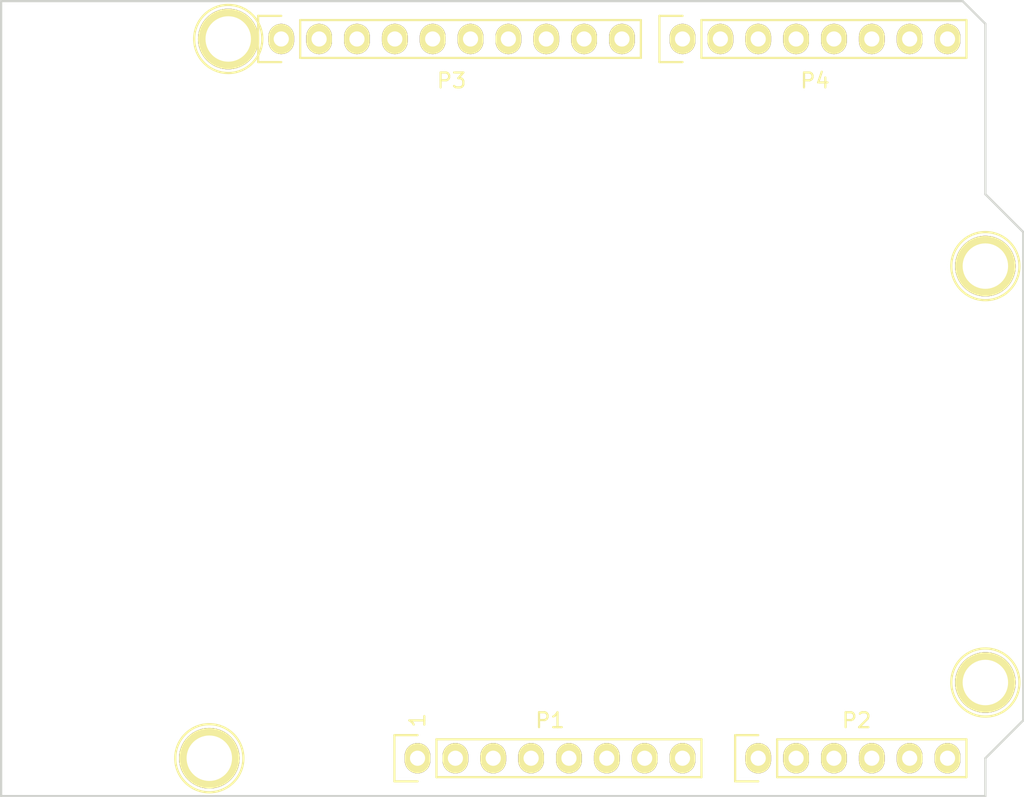
<source format=kicad_pcb>
(kicad_pcb (version 20171130) (host pcbnew "(5.0.0)")

  (general
    (thickness 1.6)
    (drawings 27)
    (tracks 0)
    (zones 0)
    (modules 8)
    (nets 33)
  )

  (page A4)
  (title_block
    (date "lun. 30 mars 2015")
  )

  (layers
    (0 F.Cu signal)
    (31 B.Cu signal)
    (32 B.Adhes user)
    (33 F.Adhes user)
    (34 B.Paste user)
    (35 F.Paste user)
    (36 B.SilkS user)
    (37 F.SilkS user)
    (38 B.Mask user)
    (39 F.Mask user)
    (40 Dwgs.User user hide)
    (41 Cmts.User user)
    (42 Eco1.User user)
    (43 Eco2.User user)
    (44 Edge.Cuts user)
    (45 Margin user)
    (46 B.CrtYd user)
    (47 F.CrtYd user)
    (48 B.Fab user)
    (49 F.Fab user)
  )

  (setup
    (last_trace_width 0.25)
    (trace_clearance 0.2)
    (zone_clearance 0.508)
    (zone_45_only no)
    (trace_min 0.2)
    (segment_width 0.15)
    (edge_width 0.15)
    (via_size 0.6)
    (via_drill 0.4)
    (via_min_size 0.4)
    (via_min_drill 0.3)
    (uvia_size 0.3)
    (uvia_drill 0.1)
    (uvias_allowed no)
    (uvia_min_size 0.2)
    (uvia_min_drill 0.1)
    (pcb_text_width 0.3)
    (pcb_text_size 1.5 1.5)
    (mod_edge_width 0.15)
    (mod_text_size 1 1)
    (mod_text_width 0.15)
    (pad_size 4.064 4.064)
    (pad_drill 3.048)
    (pad_to_mask_clearance 0)
    (aux_axis_origin 110.998 126.365)
    (grid_origin 110.998 126.365)
    (visible_elements 7FFFFFFF)
    (pcbplotparams
      (layerselection 0x00030_80000001)
      (usegerberextensions false)
      (usegerberattributes false)
      (usegerberadvancedattributes false)
      (creategerberjobfile false)
      (excludeedgelayer true)
      (linewidth 0.100000)
      (plotframeref false)
      (viasonmask false)
      (mode 1)
      (useauxorigin false)
      (hpglpennumber 1)
      (hpglpenspeed 20)
      (hpglpendiameter 15.000000)
      (psnegative false)
      (psa4output false)
      (plotreference true)
      (plotvalue true)
      (plotinvisibletext false)
      (padsonsilk false)
      (subtractmaskfromsilk false)
      (outputformat 1)
      (mirror false)
      (drillshape 1)
      (scaleselection 1)
      (outputdirectory ""))
  )

  (net 0 "")
  (net 1 /IOREF)
  (net 2 /Reset)
  (net 3 +5V)
  (net 4 GND)
  (net 5 /Vin)
  (net 6 /A0)
  (net 7 /A1)
  (net 8 /A2)
  (net 9 /A3)
  (net 10 /AREF)
  (net 11 "/A4(SDA)")
  (net 12 "/A5(SCL)")
  (net 13 "/9(**)")
  (net 14 /8)
  (net 15 /7)
  (net 16 "/6(**)")
  (net 17 "/5(**)")
  (net 18 /4)
  (net 19 "/3(**)")
  (net 20 /2)
  (net 21 "/1(Tx)")
  (net 22 "/0(Rx)")
  (net 23 "Net-(P5-Pad1)")
  (net 24 "Net-(P6-Pad1)")
  (net 25 "Net-(P7-Pad1)")
  (net 26 "Net-(P8-Pad1)")
  (net 27 "/13(SCK)")
  (net 28 "/10(**/SS)")
  (net 29 "Net-(P1-Pad1)")
  (net 30 +3V3)
  (net 31 "/12(MISO)")
  (net 32 "/11(**/MOSI)")

  (net_class Default "This is the default net class."
    (clearance 0.2)
    (trace_width 0.25)
    (via_dia 0.6)
    (via_drill 0.4)
    (uvia_dia 0.3)
    (uvia_drill 0.1)
    (add_net +3V3)
    (add_net +5V)
    (add_net "/0(Rx)")
    (add_net "/1(Tx)")
    (add_net "/10(**/SS)")
    (add_net "/11(**/MOSI)")
    (add_net "/12(MISO)")
    (add_net "/13(SCK)")
    (add_net /2)
    (add_net "/3(**)")
    (add_net /4)
    (add_net "/5(**)")
    (add_net "/6(**)")
    (add_net /7)
    (add_net /8)
    (add_net "/9(**)")
    (add_net /A0)
    (add_net /A1)
    (add_net /A2)
    (add_net /A3)
    (add_net "/A4(SDA)")
    (add_net "/A5(SCL)")
    (add_net /AREF)
    (add_net /IOREF)
    (add_net /Reset)
    (add_net /Vin)
    (add_net GND)
    (add_net "Net-(P1-Pad1)")
    (add_net "Net-(P5-Pad1)")
    (add_net "Net-(P6-Pad1)")
    (add_net "Net-(P7-Pad1)")
    (add_net "Net-(P8-Pad1)")
  )

  (module Socket_Arduino_Uno:Socket_Strip_Arduino_1x08 locked (layer F.Cu) (tedit 552168D2) (tstamp 551AF9EA)
    (at 138.938 123.825)
    (descr "Through hole socket strip")
    (tags "socket strip")
    (path /56D70129)
    (fp_text reference P1 (at 8.89 -2.54) (layer F.SilkS)
      (effects (font (size 1 1) (thickness 0.15)))
    )
    (fp_text value Power (at 8.89 -4.064) (layer F.Fab)
      (effects (font (size 1 1) (thickness 0.15)))
    )
    (fp_line (start -1.75 -1.75) (end -1.75 1.75) (layer F.CrtYd) (width 0.05))
    (fp_line (start 19.55 -1.75) (end 19.55 1.75) (layer F.CrtYd) (width 0.05))
    (fp_line (start -1.75 -1.75) (end 19.55 -1.75) (layer F.CrtYd) (width 0.05))
    (fp_line (start -1.75 1.75) (end 19.55 1.75) (layer F.CrtYd) (width 0.05))
    (fp_line (start 1.27 1.27) (end 19.05 1.27) (layer F.SilkS) (width 0.15))
    (fp_line (start 19.05 1.27) (end 19.05 -1.27) (layer F.SilkS) (width 0.15))
    (fp_line (start 19.05 -1.27) (end 1.27 -1.27) (layer F.SilkS) (width 0.15))
    (fp_line (start -1.55 1.55) (end 0 1.55) (layer F.SilkS) (width 0.15))
    (fp_line (start 1.27 1.27) (end 1.27 -1.27) (layer F.SilkS) (width 0.15))
    (fp_line (start 0 -1.55) (end -1.55 -1.55) (layer F.SilkS) (width 0.15))
    (fp_line (start -1.55 -1.55) (end -1.55 1.55) (layer F.SilkS) (width 0.15))
    (pad 1 thru_hole oval (at 0 0) (size 1.7272 2.032) (drill 1.016) (layers *.Cu *.Mask F.SilkS)
      (net 29 "Net-(P1-Pad1)"))
    (pad 2 thru_hole oval (at 2.54 0) (size 1.7272 2.032) (drill 1.016) (layers *.Cu *.Mask F.SilkS)
      (net 1 /IOREF))
    (pad 3 thru_hole oval (at 5.08 0) (size 1.7272 2.032) (drill 1.016) (layers *.Cu *.Mask F.SilkS)
      (net 2 /Reset))
    (pad 4 thru_hole oval (at 7.62 0) (size 1.7272 2.032) (drill 1.016) (layers *.Cu *.Mask F.SilkS)
      (net 30 +3V3))
    (pad 5 thru_hole oval (at 10.16 0) (size 1.7272 2.032) (drill 1.016) (layers *.Cu *.Mask F.SilkS)
      (net 3 +5V))
    (pad 6 thru_hole oval (at 12.7 0) (size 1.7272 2.032) (drill 1.016) (layers *.Cu *.Mask F.SilkS)
      (net 4 GND))
    (pad 7 thru_hole oval (at 15.24 0) (size 1.7272 2.032) (drill 1.016) (layers *.Cu *.Mask F.SilkS)
      (net 4 GND))
    (pad 8 thru_hole oval (at 17.78 0) (size 1.7272 2.032) (drill 1.016) (layers *.Cu *.Mask F.SilkS)
      (net 5 /Vin))
    (model ${KIPRJMOD}/Socket_Arduino_Uno.3dshapes/Socket_header_Arduino_1x08.wrl
      (offset (xyz 8.889999866485596 0 0))
      (scale (xyz 1 1 1))
      (rotate (xyz 0 0 180))
    )
  )

  (module Socket_Arduino_Uno:Socket_Strip_Arduino_1x06 locked (layer F.Cu) (tedit 552168D6) (tstamp 551AF9FF)
    (at 161.798 123.825)
    (descr "Through hole socket strip")
    (tags "socket strip")
    (path /56D70DD8)
    (fp_text reference P2 (at 6.604 -2.54) (layer F.SilkS)
      (effects (font (size 1 1) (thickness 0.15)))
    )
    (fp_text value Analog (at 6.604 -4.064) (layer F.Fab)
      (effects (font (size 1 1) (thickness 0.15)))
    )
    (fp_line (start -1.75 -1.75) (end -1.75 1.75) (layer F.CrtYd) (width 0.05))
    (fp_line (start 14.45 -1.75) (end 14.45 1.75) (layer F.CrtYd) (width 0.05))
    (fp_line (start -1.75 -1.75) (end 14.45 -1.75) (layer F.CrtYd) (width 0.05))
    (fp_line (start -1.75 1.75) (end 14.45 1.75) (layer F.CrtYd) (width 0.05))
    (fp_line (start 1.27 1.27) (end 13.97 1.27) (layer F.SilkS) (width 0.15))
    (fp_line (start 13.97 1.27) (end 13.97 -1.27) (layer F.SilkS) (width 0.15))
    (fp_line (start 13.97 -1.27) (end 1.27 -1.27) (layer F.SilkS) (width 0.15))
    (fp_line (start -1.55 1.55) (end 0 1.55) (layer F.SilkS) (width 0.15))
    (fp_line (start 1.27 1.27) (end 1.27 -1.27) (layer F.SilkS) (width 0.15))
    (fp_line (start 0 -1.55) (end -1.55 -1.55) (layer F.SilkS) (width 0.15))
    (fp_line (start -1.55 -1.55) (end -1.55 1.55) (layer F.SilkS) (width 0.15))
    (pad 1 thru_hole oval (at 0 0) (size 1.7272 2.032) (drill 1.016) (layers *.Cu *.Mask F.SilkS)
      (net 6 /A0))
    (pad 2 thru_hole oval (at 2.54 0) (size 1.7272 2.032) (drill 1.016) (layers *.Cu *.Mask F.SilkS)
      (net 7 /A1))
    (pad 3 thru_hole oval (at 5.08 0) (size 1.7272 2.032) (drill 1.016) (layers *.Cu *.Mask F.SilkS)
      (net 8 /A2))
    (pad 4 thru_hole oval (at 7.62 0) (size 1.7272 2.032) (drill 1.016) (layers *.Cu *.Mask F.SilkS)
      (net 9 /A3))
    (pad 5 thru_hole oval (at 10.16 0) (size 1.7272 2.032) (drill 1.016) (layers *.Cu *.Mask F.SilkS)
      (net 11 "/A4(SDA)"))
    (pad 6 thru_hole oval (at 12.7 0) (size 1.7272 2.032) (drill 1.016) (layers *.Cu *.Mask F.SilkS)
      (net 12 "/A5(SCL)"))
    (model ${KIPRJMOD}/Socket_Arduino_Uno.3dshapes/Socket_header_Arduino_1x06.wrl
      (offset (xyz 6.349999904632568 0 0))
      (scale (xyz 1 1 1))
      (rotate (xyz 0 0 180))
    )
  )

  (module Socket_Arduino_Uno:Socket_Strip_Arduino_1x10 locked (layer F.Cu) (tedit 552168BF) (tstamp 551AFA18)
    (at 129.794 75.565)
    (descr "Through hole socket strip")
    (tags "socket strip")
    (path /56D721E0)
    (fp_text reference P3 (at 11.43 2.794) (layer F.SilkS)
      (effects (font (size 1 1) (thickness 0.15)))
    )
    (fp_text value Digital (at 11.43 4.318) (layer F.Fab)
      (effects (font (size 1 1) (thickness 0.15)))
    )
    (fp_line (start -1.75 -1.75) (end -1.75 1.75) (layer F.CrtYd) (width 0.05))
    (fp_line (start 24.65 -1.75) (end 24.65 1.75) (layer F.CrtYd) (width 0.05))
    (fp_line (start -1.75 -1.75) (end 24.65 -1.75) (layer F.CrtYd) (width 0.05))
    (fp_line (start -1.75 1.75) (end 24.65 1.75) (layer F.CrtYd) (width 0.05))
    (fp_line (start 1.27 1.27) (end 24.13 1.27) (layer F.SilkS) (width 0.15))
    (fp_line (start 24.13 1.27) (end 24.13 -1.27) (layer F.SilkS) (width 0.15))
    (fp_line (start 24.13 -1.27) (end 1.27 -1.27) (layer F.SilkS) (width 0.15))
    (fp_line (start -1.55 1.55) (end 0 1.55) (layer F.SilkS) (width 0.15))
    (fp_line (start 1.27 1.27) (end 1.27 -1.27) (layer F.SilkS) (width 0.15))
    (fp_line (start 0 -1.55) (end -1.55 -1.55) (layer F.SilkS) (width 0.15))
    (fp_line (start -1.55 -1.55) (end -1.55 1.55) (layer F.SilkS) (width 0.15))
    (pad 1 thru_hole oval (at 0 0) (size 1.7272 2.032) (drill 1.016) (layers *.Cu *.Mask F.SilkS)
      (net 12 "/A5(SCL)"))
    (pad 2 thru_hole oval (at 2.54 0) (size 1.7272 2.032) (drill 1.016) (layers *.Cu *.Mask F.SilkS)
      (net 11 "/A4(SDA)"))
    (pad 3 thru_hole oval (at 5.08 0) (size 1.7272 2.032) (drill 1.016) (layers *.Cu *.Mask F.SilkS)
      (net 10 /AREF))
    (pad 4 thru_hole oval (at 7.62 0) (size 1.7272 2.032) (drill 1.016) (layers *.Cu *.Mask F.SilkS)
      (net 4 GND))
    (pad 5 thru_hole oval (at 10.16 0) (size 1.7272 2.032) (drill 1.016) (layers *.Cu *.Mask F.SilkS)
      (net 27 "/13(SCK)"))
    (pad 6 thru_hole oval (at 12.7 0) (size 1.7272 2.032) (drill 1.016) (layers *.Cu *.Mask F.SilkS)
      (net 31 "/12(MISO)"))
    (pad 7 thru_hole oval (at 15.24 0) (size 1.7272 2.032) (drill 1.016) (layers *.Cu *.Mask F.SilkS)
      (net 32 "/11(**/MOSI)"))
    (pad 8 thru_hole oval (at 17.78 0) (size 1.7272 2.032) (drill 1.016) (layers *.Cu *.Mask F.SilkS)
      (net 28 "/10(**/SS)"))
    (pad 9 thru_hole oval (at 20.32 0) (size 1.7272 2.032) (drill 1.016) (layers *.Cu *.Mask F.SilkS)
      (net 13 "/9(**)"))
    (pad 10 thru_hole oval (at 22.86 0) (size 1.7272 2.032) (drill 1.016) (layers *.Cu *.Mask F.SilkS)
      (net 14 /8))
    (model ${KIPRJMOD}/Socket_Arduino_Uno.3dshapes/Socket_header_Arduino_1x10.wrl
      (offset (xyz 11.42999982833862 0 0))
      (scale (xyz 1 1 1))
      (rotate (xyz 0 0 180))
    )
  )

  (module Socket_Arduino_Uno:Socket_Strip_Arduino_1x08 locked (layer F.Cu) (tedit 552168C7) (tstamp 551AFA2F)
    (at 156.718 75.565)
    (descr "Through hole socket strip")
    (tags "socket strip")
    (path /56D7164F)
    (fp_text reference P4 (at 8.89 2.794) (layer F.SilkS)
      (effects (font (size 1 1) (thickness 0.15)))
    )
    (fp_text value Digital (at 8.89 4.318) (layer F.Fab)
      (effects (font (size 1 1) (thickness 0.15)))
    )
    (fp_line (start -1.75 -1.75) (end -1.75 1.75) (layer F.CrtYd) (width 0.05))
    (fp_line (start 19.55 -1.75) (end 19.55 1.75) (layer F.CrtYd) (width 0.05))
    (fp_line (start -1.75 -1.75) (end 19.55 -1.75) (layer F.CrtYd) (width 0.05))
    (fp_line (start -1.75 1.75) (end 19.55 1.75) (layer F.CrtYd) (width 0.05))
    (fp_line (start 1.27 1.27) (end 19.05 1.27) (layer F.SilkS) (width 0.15))
    (fp_line (start 19.05 1.27) (end 19.05 -1.27) (layer F.SilkS) (width 0.15))
    (fp_line (start 19.05 -1.27) (end 1.27 -1.27) (layer F.SilkS) (width 0.15))
    (fp_line (start -1.55 1.55) (end 0 1.55) (layer F.SilkS) (width 0.15))
    (fp_line (start 1.27 1.27) (end 1.27 -1.27) (layer F.SilkS) (width 0.15))
    (fp_line (start 0 -1.55) (end -1.55 -1.55) (layer F.SilkS) (width 0.15))
    (fp_line (start -1.55 -1.55) (end -1.55 1.55) (layer F.SilkS) (width 0.15))
    (pad 1 thru_hole oval (at 0 0) (size 1.7272 2.032) (drill 1.016) (layers *.Cu *.Mask F.SilkS)
      (net 15 /7))
    (pad 2 thru_hole oval (at 2.54 0) (size 1.7272 2.032) (drill 1.016) (layers *.Cu *.Mask F.SilkS)
      (net 16 "/6(**)"))
    (pad 3 thru_hole oval (at 5.08 0) (size 1.7272 2.032) (drill 1.016) (layers *.Cu *.Mask F.SilkS)
      (net 17 "/5(**)"))
    (pad 4 thru_hole oval (at 7.62 0) (size 1.7272 2.032) (drill 1.016) (layers *.Cu *.Mask F.SilkS)
      (net 18 /4))
    (pad 5 thru_hole oval (at 10.16 0) (size 1.7272 2.032) (drill 1.016) (layers *.Cu *.Mask F.SilkS)
      (net 19 "/3(**)"))
    (pad 6 thru_hole oval (at 12.7 0) (size 1.7272 2.032) (drill 1.016) (layers *.Cu *.Mask F.SilkS)
      (net 20 /2))
    (pad 7 thru_hole oval (at 15.24 0) (size 1.7272 2.032) (drill 1.016) (layers *.Cu *.Mask F.SilkS)
      (net 21 "/1(Tx)"))
    (pad 8 thru_hole oval (at 17.78 0) (size 1.7272 2.032) (drill 1.016) (layers *.Cu *.Mask F.SilkS)
      (net 22 "/0(Rx)"))
    (model ${KIPRJMOD}/Socket_Arduino_Uno.3dshapes/Socket_header_Arduino_1x08.wrl
      (offset (xyz 8.889999866485596 0 0))
      (scale (xyz 1 1 1))
      (rotate (xyz 0 0 180))
    )
  )

  (module Socket_Arduino_Uno:Arduino_1pin locked (layer F.Cu) (tedit 5524FC39) (tstamp 5524FC3F)
    (at 124.968 123.825)
    (descr "module 1 pin (ou trou mecanique de percage)")
    (tags DEV)
    (path /56D71177)
    (fp_text reference P5 (at 0 -3.048) (layer F.SilkS) hide
      (effects (font (size 1 1) (thickness 0.15)))
    )
    (fp_text value CONN_01X01 (at 0 2.794) (layer F.Fab) hide
      (effects (font (size 1 1) (thickness 0.15)))
    )
    (fp_circle (center 0 0) (end 0 -2.286) (layer F.SilkS) (width 0.15))
    (pad 1 thru_hole circle (at 0 0) (size 4.064 4.064) (drill 3.048) (layers *.Cu *.Mask F.SilkS)
      (net 23 "Net-(P5-Pad1)"))
  )

  (module Socket_Arduino_Uno:Arduino_1pin locked (layer F.Cu) (tedit 5524FC4A) (tstamp 5524FC44)
    (at 177.038 118.745)
    (descr "module 1 pin (ou trou mecanique de percage)")
    (tags DEV)
    (path /56D71274)
    (fp_text reference P6 (at 0 -3.048) (layer F.SilkS) hide
      (effects (font (size 1 1) (thickness 0.15)))
    )
    (fp_text value CONN_01X01 (at 0 2.794) (layer F.Fab) hide
      (effects (font (size 1 1) (thickness 0.15)))
    )
    (fp_circle (center 0 0) (end 0 -2.286) (layer F.SilkS) (width 0.15))
    (pad 1 thru_hole circle (at 0 0) (size 4.064 4.064) (drill 3.048) (layers *.Cu *.Mask F.SilkS)
      (net 24 "Net-(P6-Pad1)"))
  )

  (module Socket_Arduino_Uno:Arduino_1pin locked (layer F.Cu) (tedit 5524FC2F) (tstamp 5524FC49)
    (at 126.238 75.565)
    (descr "module 1 pin (ou trou mecanique de percage)")
    (tags DEV)
    (path /56D712A8)
    (fp_text reference P7 (at 0 -3.048) (layer F.SilkS) hide
      (effects (font (size 1 1) (thickness 0.15)))
    )
    (fp_text value CONN_01X01 (at 0 2.794) (layer F.Fab) hide
      (effects (font (size 1 1) (thickness 0.15)))
    )
    (fp_circle (center 0 0) (end 0 -2.286) (layer F.SilkS) (width 0.15))
    (pad 1 thru_hole circle (at 0 0) (size 4.064 4.064) (drill 3.048) (layers *.Cu *.Mask F.SilkS)
      (net 25 "Net-(P7-Pad1)"))
  )

  (module Socket_Arduino_Uno:Arduino_1pin locked (layer F.Cu) (tedit 5524FC41) (tstamp 5524FC4E)
    (at 177.038 90.805)
    (descr "module 1 pin (ou trou mecanique de percage)")
    (tags DEV)
    (path /56D712DB)
    (fp_text reference P8 (at 0 -3.048) (layer F.SilkS) hide
      (effects (font (size 1 1) (thickness 0.15)))
    )
    (fp_text value CONN_01X01 (at 0 2.794) (layer F.Fab) hide
      (effects (font (size 1 1) (thickness 0.15)))
    )
    (fp_circle (center 0 0) (end 0 -2.286) (layer F.SilkS) (width 0.15))
    (pad 1 thru_hole circle (at 0 0) (size 4.064 4.064) (drill 3.048) (layers *.Cu *.Mask F.SilkS)
      (net 26 "Net-(P8-Pad1)"))
  )

  (gr_text 1 (at 138.938 121.285 90) (layer F.SilkS)
    (effects (font (size 1 1) (thickness 0.15)))
  )
  (gr_circle (center 117.348 76.962) (end 118.618 76.962) (layer Dwgs.User) (width 0.15))
  (gr_line (start 114.427 78.994) (end 114.427 74.93) (angle 90) (layer Dwgs.User) (width 0.15))
  (gr_line (start 120.269 78.994) (end 114.427 78.994) (angle 90) (layer Dwgs.User) (width 0.15))
  (gr_line (start 120.269 74.93) (end 120.269 78.994) (angle 90) (layer Dwgs.User) (width 0.15))
  (gr_line (start 114.427 74.93) (end 120.269 74.93) (angle 90) (layer Dwgs.User) (width 0.15))
  (gr_line (start 120.523 93.98) (end 104.648 93.98) (angle 90) (layer Dwgs.User) (width 0.15))
  (gr_line (start 177.038 74.549) (end 175.514 73.025) (angle 90) (layer Edge.Cuts) (width 0.15))
  (gr_line (start 177.038 85.979) (end 177.038 74.549) (angle 90) (layer Edge.Cuts) (width 0.15))
  (gr_line (start 179.578 88.519) (end 177.038 85.979) (angle 90) (layer Edge.Cuts) (width 0.15))
  (gr_line (start 179.578 121.285) (end 179.578 88.519) (angle 90) (layer Edge.Cuts) (width 0.15))
  (gr_line (start 177.038 123.825) (end 179.578 121.285) (angle 90) (layer Edge.Cuts) (width 0.15))
  (gr_line (start 177.038 126.365) (end 177.038 123.825) (angle 90) (layer Edge.Cuts) (width 0.15))
  (gr_line (start 110.998 126.365) (end 177.038 126.365) (angle 90) (layer Edge.Cuts) (width 0.15))
  (gr_line (start 110.998 73.025) (end 110.998 126.365) (angle 90) (layer Edge.Cuts) (width 0.15))
  (gr_line (start 175.514 73.025) (end 110.998 73.025) (angle 90) (layer Edge.Cuts) (width 0.15))
  (gr_line (start 173.355 102.235) (end 173.355 94.615) (angle 90) (layer Dwgs.User) (width 0.15))
  (gr_line (start 178.435 102.235) (end 173.355 102.235) (angle 90) (layer Dwgs.User) (width 0.15))
  (gr_line (start 178.435 94.615) (end 178.435 102.235) (angle 90) (layer Dwgs.User) (width 0.15))
  (gr_line (start 173.355 94.615) (end 178.435 94.615) (angle 90) (layer Dwgs.User) (width 0.15))
  (gr_line (start 109.093 123.19) (end 109.093 114.3) (angle 90) (layer Dwgs.User) (width 0.15))
  (gr_line (start 122.428 123.19) (end 109.093 123.19) (angle 90) (layer Dwgs.User) (width 0.15))
  (gr_line (start 122.428 114.3) (end 122.428 123.19) (angle 90) (layer Dwgs.User) (width 0.15))
  (gr_line (start 109.093 114.3) (end 122.428 114.3) (angle 90) (layer Dwgs.User) (width 0.15))
  (gr_line (start 104.648 93.98) (end 104.648 82.55) (angle 90) (layer Dwgs.User) (width 0.15))
  (gr_line (start 120.523 82.55) (end 120.523 93.98) (angle 90) (layer Dwgs.User) (width 0.15))
  (gr_line (start 104.648 82.55) (end 120.523 82.55) (angle 90) (layer Dwgs.User) (width 0.15))

)

</source>
